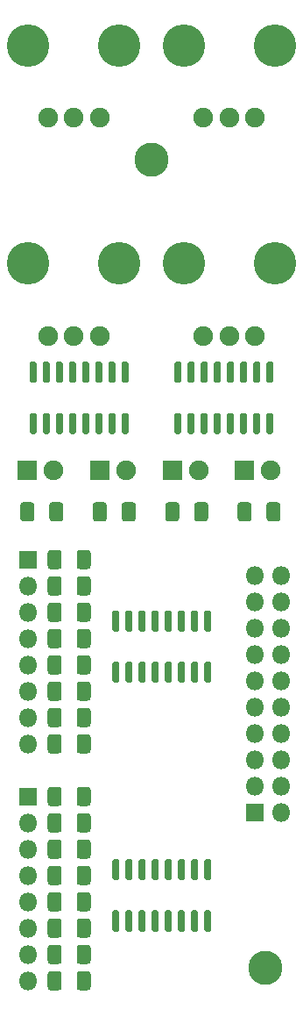
<source format=gbr>
%TF.GenerationSoftware,KiCad,Pcbnew,(5.1.6)-1*%
%TF.CreationDate,2021-02-15T17:49:45+00:00*%
%TF.ProjectId,p3module,70336d6f-6475-46c6-952e-6b696361645f,rev?*%
%TF.SameCoordinates,Original*%
%TF.FileFunction,Soldermask,Bot*%
%TF.FilePolarity,Negative*%
%FSLAX46Y46*%
G04 Gerber Fmt 4.6, Leading zero omitted, Abs format (unit mm)*
G04 Created by KiCad (PCBNEW (5.1.6)-1) date 2021-02-15 17:49:45*
%MOMM*%
%LPD*%
G01*
G04 APERTURE LIST*
%ADD10O,1.800000X1.800000*%
%ADD11R,1.800000X1.800000*%
%ADD12C,4.100000*%
%ADD13C,1.900000*%
%ADD14C,3.300000*%
%ADD15R,1.900000X1.900000*%
G04 APERTURE END LIST*
D10*
%TO.C,J2*%
X62540000Y-103140000D03*
X60000000Y-103140000D03*
X62540000Y-105680000D03*
X60000000Y-105680000D03*
X62540000Y-108220000D03*
X60000000Y-108220000D03*
X62540000Y-110760000D03*
X60000000Y-110760000D03*
X62540000Y-113300000D03*
X60000000Y-113300000D03*
X62540000Y-115840000D03*
X60000000Y-115840000D03*
X62540000Y-118380000D03*
X60000000Y-118380000D03*
X62540000Y-120920000D03*
X60000000Y-120920000D03*
X62540000Y-123460000D03*
X60000000Y-123460000D03*
X62540000Y-126000000D03*
D11*
X60000000Y-126000000D03*
%TD*%
%TO.C,U4*%
G36*
G01*
X52380000Y-87450000D02*
X52730000Y-87450000D01*
G75*
G02*
X52905000Y-87625000I0J-175000D01*
G01*
X52905000Y-89325000D01*
G75*
G02*
X52730000Y-89500000I-175000J0D01*
G01*
X52380000Y-89500000D01*
G75*
G02*
X52205000Y-89325000I0J175000D01*
G01*
X52205000Y-87625000D01*
G75*
G02*
X52380000Y-87450000I175000J0D01*
G01*
G37*
G36*
G01*
X53650000Y-87450000D02*
X54000000Y-87450000D01*
G75*
G02*
X54175000Y-87625000I0J-175000D01*
G01*
X54175000Y-89325000D01*
G75*
G02*
X54000000Y-89500000I-175000J0D01*
G01*
X53650000Y-89500000D01*
G75*
G02*
X53475000Y-89325000I0J175000D01*
G01*
X53475000Y-87625000D01*
G75*
G02*
X53650000Y-87450000I175000J0D01*
G01*
G37*
G36*
G01*
X54920000Y-87450000D02*
X55270000Y-87450000D01*
G75*
G02*
X55445000Y-87625000I0J-175000D01*
G01*
X55445000Y-89325000D01*
G75*
G02*
X55270000Y-89500000I-175000J0D01*
G01*
X54920000Y-89500000D01*
G75*
G02*
X54745000Y-89325000I0J175000D01*
G01*
X54745000Y-87625000D01*
G75*
G02*
X54920000Y-87450000I175000J0D01*
G01*
G37*
G36*
G01*
X56190000Y-87450000D02*
X56540000Y-87450000D01*
G75*
G02*
X56715000Y-87625000I0J-175000D01*
G01*
X56715000Y-89325000D01*
G75*
G02*
X56540000Y-89500000I-175000J0D01*
G01*
X56190000Y-89500000D01*
G75*
G02*
X56015000Y-89325000I0J175000D01*
G01*
X56015000Y-87625000D01*
G75*
G02*
X56190000Y-87450000I175000J0D01*
G01*
G37*
G36*
G01*
X57460000Y-87450000D02*
X57810000Y-87450000D01*
G75*
G02*
X57985000Y-87625000I0J-175000D01*
G01*
X57985000Y-89325000D01*
G75*
G02*
X57810000Y-89500000I-175000J0D01*
G01*
X57460000Y-89500000D01*
G75*
G02*
X57285000Y-89325000I0J175000D01*
G01*
X57285000Y-87625000D01*
G75*
G02*
X57460000Y-87450000I175000J0D01*
G01*
G37*
G36*
G01*
X58730000Y-87450000D02*
X59080000Y-87450000D01*
G75*
G02*
X59255000Y-87625000I0J-175000D01*
G01*
X59255000Y-89325000D01*
G75*
G02*
X59080000Y-89500000I-175000J0D01*
G01*
X58730000Y-89500000D01*
G75*
G02*
X58555000Y-89325000I0J175000D01*
G01*
X58555000Y-87625000D01*
G75*
G02*
X58730000Y-87450000I175000J0D01*
G01*
G37*
G36*
G01*
X60000000Y-87450000D02*
X60350000Y-87450000D01*
G75*
G02*
X60525000Y-87625000I0J-175000D01*
G01*
X60525000Y-89325000D01*
G75*
G02*
X60350000Y-89500000I-175000J0D01*
G01*
X60000000Y-89500000D01*
G75*
G02*
X59825000Y-89325000I0J175000D01*
G01*
X59825000Y-87625000D01*
G75*
G02*
X60000000Y-87450000I175000J0D01*
G01*
G37*
G36*
G01*
X61270000Y-87450000D02*
X61620000Y-87450000D01*
G75*
G02*
X61795000Y-87625000I0J-175000D01*
G01*
X61795000Y-89325000D01*
G75*
G02*
X61620000Y-89500000I-175000J0D01*
G01*
X61270000Y-89500000D01*
G75*
G02*
X61095000Y-89325000I0J175000D01*
G01*
X61095000Y-87625000D01*
G75*
G02*
X61270000Y-87450000I175000J0D01*
G01*
G37*
G36*
G01*
X61270000Y-82500000D02*
X61620000Y-82500000D01*
G75*
G02*
X61795000Y-82675000I0J-175000D01*
G01*
X61795000Y-84375000D01*
G75*
G02*
X61620000Y-84550000I-175000J0D01*
G01*
X61270000Y-84550000D01*
G75*
G02*
X61095000Y-84375000I0J175000D01*
G01*
X61095000Y-82675000D01*
G75*
G02*
X61270000Y-82500000I175000J0D01*
G01*
G37*
G36*
G01*
X60000000Y-82500000D02*
X60350000Y-82500000D01*
G75*
G02*
X60525000Y-82675000I0J-175000D01*
G01*
X60525000Y-84375000D01*
G75*
G02*
X60350000Y-84550000I-175000J0D01*
G01*
X60000000Y-84550000D01*
G75*
G02*
X59825000Y-84375000I0J175000D01*
G01*
X59825000Y-82675000D01*
G75*
G02*
X60000000Y-82500000I175000J0D01*
G01*
G37*
G36*
G01*
X58730000Y-82500000D02*
X59080000Y-82500000D01*
G75*
G02*
X59255000Y-82675000I0J-175000D01*
G01*
X59255000Y-84375000D01*
G75*
G02*
X59080000Y-84550000I-175000J0D01*
G01*
X58730000Y-84550000D01*
G75*
G02*
X58555000Y-84375000I0J175000D01*
G01*
X58555000Y-82675000D01*
G75*
G02*
X58730000Y-82500000I175000J0D01*
G01*
G37*
G36*
G01*
X57460000Y-82500000D02*
X57810000Y-82500000D01*
G75*
G02*
X57985000Y-82675000I0J-175000D01*
G01*
X57985000Y-84375000D01*
G75*
G02*
X57810000Y-84550000I-175000J0D01*
G01*
X57460000Y-84550000D01*
G75*
G02*
X57285000Y-84375000I0J175000D01*
G01*
X57285000Y-82675000D01*
G75*
G02*
X57460000Y-82500000I175000J0D01*
G01*
G37*
G36*
G01*
X56190000Y-82500000D02*
X56540000Y-82500000D01*
G75*
G02*
X56715000Y-82675000I0J-175000D01*
G01*
X56715000Y-84375000D01*
G75*
G02*
X56540000Y-84550000I-175000J0D01*
G01*
X56190000Y-84550000D01*
G75*
G02*
X56015000Y-84375000I0J175000D01*
G01*
X56015000Y-82675000D01*
G75*
G02*
X56190000Y-82500000I175000J0D01*
G01*
G37*
G36*
G01*
X54920000Y-82500000D02*
X55270000Y-82500000D01*
G75*
G02*
X55445000Y-82675000I0J-175000D01*
G01*
X55445000Y-84375000D01*
G75*
G02*
X55270000Y-84550000I-175000J0D01*
G01*
X54920000Y-84550000D01*
G75*
G02*
X54745000Y-84375000I0J175000D01*
G01*
X54745000Y-82675000D01*
G75*
G02*
X54920000Y-82500000I175000J0D01*
G01*
G37*
G36*
G01*
X53650000Y-82500000D02*
X54000000Y-82500000D01*
G75*
G02*
X54175000Y-82675000I0J-175000D01*
G01*
X54175000Y-84375000D01*
G75*
G02*
X54000000Y-84550000I-175000J0D01*
G01*
X53650000Y-84550000D01*
G75*
G02*
X53475000Y-84375000I0J175000D01*
G01*
X53475000Y-82675000D01*
G75*
G02*
X53650000Y-82500000I175000J0D01*
G01*
G37*
G36*
G01*
X52380000Y-82500000D02*
X52730000Y-82500000D01*
G75*
G02*
X52905000Y-82675000I0J-175000D01*
G01*
X52905000Y-84375000D01*
G75*
G02*
X52730000Y-84550000I-175000J0D01*
G01*
X52380000Y-84550000D01*
G75*
G02*
X52205000Y-84375000I0J175000D01*
G01*
X52205000Y-82675000D01*
G75*
G02*
X52380000Y-82500000I175000J0D01*
G01*
G37*
%TD*%
%TO.C,U3*%
G36*
G01*
X38380000Y-87450000D02*
X38730000Y-87450000D01*
G75*
G02*
X38905000Y-87625000I0J-175000D01*
G01*
X38905000Y-89325000D01*
G75*
G02*
X38730000Y-89500000I-175000J0D01*
G01*
X38380000Y-89500000D01*
G75*
G02*
X38205000Y-89325000I0J175000D01*
G01*
X38205000Y-87625000D01*
G75*
G02*
X38380000Y-87450000I175000J0D01*
G01*
G37*
G36*
G01*
X39650000Y-87450000D02*
X40000000Y-87450000D01*
G75*
G02*
X40175000Y-87625000I0J-175000D01*
G01*
X40175000Y-89325000D01*
G75*
G02*
X40000000Y-89500000I-175000J0D01*
G01*
X39650000Y-89500000D01*
G75*
G02*
X39475000Y-89325000I0J175000D01*
G01*
X39475000Y-87625000D01*
G75*
G02*
X39650000Y-87450000I175000J0D01*
G01*
G37*
G36*
G01*
X40920000Y-87450000D02*
X41270000Y-87450000D01*
G75*
G02*
X41445000Y-87625000I0J-175000D01*
G01*
X41445000Y-89325000D01*
G75*
G02*
X41270000Y-89500000I-175000J0D01*
G01*
X40920000Y-89500000D01*
G75*
G02*
X40745000Y-89325000I0J175000D01*
G01*
X40745000Y-87625000D01*
G75*
G02*
X40920000Y-87450000I175000J0D01*
G01*
G37*
G36*
G01*
X42190000Y-87450000D02*
X42540000Y-87450000D01*
G75*
G02*
X42715000Y-87625000I0J-175000D01*
G01*
X42715000Y-89325000D01*
G75*
G02*
X42540000Y-89500000I-175000J0D01*
G01*
X42190000Y-89500000D01*
G75*
G02*
X42015000Y-89325000I0J175000D01*
G01*
X42015000Y-87625000D01*
G75*
G02*
X42190000Y-87450000I175000J0D01*
G01*
G37*
G36*
G01*
X43460000Y-87450000D02*
X43810000Y-87450000D01*
G75*
G02*
X43985000Y-87625000I0J-175000D01*
G01*
X43985000Y-89325000D01*
G75*
G02*
X43810000Y-89500000I-175000J0D01*
G01*
X43460000Y-89500000D01*
G75*
G02*
X43285000Y-89325000I0J175000D01*
G01*
X43285000Y-87625000D01*
G75*
G02*
X43460000Y-87450000I175000J0D01*
G01*
G37*
G36*
G01*
X44730000Y-87450000D02*
X45080000Y-87450000D01*
G75*
G02*
X45255000Y-87625000I0J-175000D01*
G01*
X45255000Y-89325000D01*
G75*
G02*
X45080000Y-89500000I-175000J0D01*
G01*
X44730000Y-89500000D01*
G75*
G02*
X44555000Y-89325000I0J175000D01*
G01*
X44555000Y-87625000D01*
G75*
G02*
X44730000Y-87450000I175000J0D01*
G01*
G37*
G36*
G01*
X46000000Y-87450000D02*
X46350000Y-87450000D01*
G75*
G02*
X46525000Y-87625000I0J-175000D01*
G01*
X46525000Y-89325000D01*
G75*
G02*
X46350000Y-89500000I-175000J0D01*
G01*
X46000000Y-89500000D01*
G75*
G02*
X45825000Y-89325000I0J175000D01*
G01*
X45825000Y-87625000D01*
G75*
G02*
X46000000Y-87450000I175000J0D01*
G01*
G37*
G36*
G01*
X47270000Y-87450000D02*
X47620000Y-87450000D01*
G75*
G02*
X47795000Y-87625000I0J-175000D01*
G01*
X47795000Y-89325000D01*
G75*
G02*
X47620000Y-89500000I-175000J0D01*
G01*
X47270000Y-89500000D01*
G75*
G02*
X47095000Y-89325000I0J175000D01*
G01*
X47095000Y-87625000D01*
G75*
G02*
X47270000Y-87450000I175000J0D01*
G01*
G37*
G36*
G01*
X47270000Y-82500000D02*
X47620000Y-82500000D01*
G75*
G02*
X47795000Y-82675000I0J-175000D01*
G01*
X47795000Y-84375000D01*
G75*
G02*
X47620000Y-84550000I-175000J0D01*
G01*
X47270000Y-84550000D01*
G75*
G02*
X47095000Y-84375000I0J175000D01*
G01*
X47095000Y-82675000D01*
G75*
G02*
X47270000Y-82500000I175000J0D01*
G01*
G37*
G36*
G01*
X46000000Y-82500000D02*
X46350000Y-82500000D01*
G75*
G02*
X46525000Y-82675000I0J-175000D01*
G01*
X46525000Y-84375000D01*
G75*
G02*
X46350000Y-84550000I-175000J0D01*
G01*
X46000000Y-84550000D01*
G75*
G02*
X45825000Y-84375000I0J175000D01*
G01*
X45825000Y-82675000D01*
G75*
G02*
X46000000Y-82500000I175000J0D01*
G01*
G37*
G36*
G01*
X44730000Y-82500000D02*
X45080000Y-82500000D01*
G75*
G02*
X45255000Y-82675000I0J-175000D01*
G01*
X45255000Y-84375000D01*
G75*
G02*
X45080000Y-84550000I-175000J0D01*
G01*
X44730000Y-84550000D01*
G75*
G02*
X44555000Y-84375000I0J175000D01*
G01*
X44555000Y-82675000D01*
G75*
G02*
X44730000Y-82500000I175000J0D01*
G01*
G37*
G36*
G01*
X43460000Y-82500000D02*
X43810000Y-82500000D01*
G75*
G02*
X43985000Y-82675000I0J-175000D01*
G01*
X43985000Y-84375000D01*
G75*
G02*
X43810000Y-84550000I-175000J0D01*
G01*
X43460000Y-84550000D01*
G75*
G02*
X43285000Y-84375000I0J175000D01*
G01*
X43285000Y-82675000D01*
G75*
G02*
X43460000Y-82500000I175000J0D01*
G01*
G37*
G36*
G01*
X42190000Y-82500000D02*
X42540000Y-82500000D01*
G75*
G02*
X42715000Y-82675000I0J-175000D01*
G01*
X42715000Y-84375000D01*
G75*
G02*
X42540000Y-84550000I-175000J0D01*
G01*
X42190000Y-84550000D01*
G75*
G02*
X42015000Y-84375000I0J175000D01*
G01*
X42015000Y-82675000D01*
G75*
G02*
X42190000Y-82500000I175000J0D01*
G01*
G37*
G36*
G01*
X40920000Y-82500000D02*
X41270000Y-82500000D01*
G75*
G02*
X41445000Y-82675000I0J-175000D01*
G01*
X41445000Y-84375000D01*
G75*
G02*
X41270000Y-84550000I-175000J0D01*
G01*
X40920000Y-84550000D01*
G75*
G02*
X40745000Y-84375000I0J175000D01*
G01*
X40745000Y-82675000D01*
G75*
G02*
X40920000Y-82500000I175000J0D01*
G01*
G37*
G36*
G01*
X39650000Y-82500000D02*
X40000000Y-82500000D01*
G75*
G02*
X40175000Y-82675000I0J-175000D01*
G01*
X40175000Y-84375000D01*
G75*
G02*
X40000000Y-84550000I-175000J0D01*
G01*
X39650000Y-84550000D01*
G75*
G02*
X39475000Y-84375000I0J175000D01*
G01*
X39475000Y-82675000D01*
G75*
G02*
X39650000Y-82500000I175000J0D01*
G01*
G37*
G36*
G01*
X38380000Y-82500000D02*
X38730000Y-82500000D01*
G75*
G02*
X38905000Y-82675000I0J-175000D01*
G01*
X38905000Y-84375000D01*
G75*
G02*
X38730000Y-84550000I-175000J0D01*
G01*
X38380000Y-84550000D01*
G75*
G02*
X38205000Y-84375000I0J175000D01*
G01*
X38205000Y-82675000D01*
G75*
G02*
X38380000Y-82500000I175000J0D01*
G01*
G37*
%TD*%
%TO.C,U2*%
G36*
G01*
X55620000Y-108550000D02*
X55270000Y-108550000D01*
G75*
G02*
X55095000Y-108375000I0J175000D01*
G01*
X55095000Y-106675000D01*
G75*
G02*
X55270000Y-106500000I175000J0D01*
G01*
X55620000Y-106500000D01*
G75*
G02*
X55795000Y-106675000I0J-175000D01*
G01*
X55795000Y-108375000D01*
G75*
G02*
X55620000Y-108550000I-175000J0D01*
G01*
G37*
G36*
G01*
X54350000Y-108550000D02*
X54000000Y-108550000D01*
G75*
G02*
X53825000Y-108375000I0J175000D01*
G01*
X53825000Y-106675000D01*
G75*
G02*
X54000000Y-106500000I175000J0D01*
G01*
X54350000Y-106500000D01*
G75*
G02*
X54525000Y-106675000I0J-175000D01*
G01*
X54525000Y-108375000D01*
G75*
G02*
X54350000Y-108550000I-175000J0D01*
G01*
G37*
G36*
G01*
X53080000Y-108550000D02*
X52730000Y-108550000D01*
G75*
G02*
X52555000Y-108375000I0J175000D01*
G01*
X52555000Y-106675000D01*
G75*
G02*
X52730000Y-106500000I175000J0D01*
G01*
X53080000Y-106500000D01*
G75*
G02*
X53255000Y-106675000I0J-175000D01*
G01*
X53255000Y-108375000D01*
G75*
G02*
X53080000Y-108550000I-175000J0D01*
G01*
G37*
G36*
G01*
X51810000Y-108550000D02*
X51460000Y-108550000D01*
G75*
G02*
X51285000Y-108375000I0J175000D01*
G01*
X51285000Y-106675000D01*
G75*
G02*
X51460000Y-106500000I175000J0D01*
G01*
X51810000Y-106500000D01*
G75*
G02*
X51985000Y-106675000I0J-175000D01*
G01*
X51985000Y-108375000D01*
G75*
G02*
X51810000Y-108550000I-175000J0D01*
G01*
G37*
G36*
G01*
X50540000Y-108550000D02*
X50190000Y-108550000D01*
G75*
G02*
X50015000Y-108375000I0J175000D01*
G01*
X50015000Y-106675000D01*
G75*
G02*
X50190000Y-106500000I175000J0D01*
G01*
X50540000Y-106500000D01*
G75*
G02*
X50715000Y-106675000I0J-175000D01*
G01*
X50715000Y-108375000D01*
G75*
G02*
X50540000Y-108550000I-175000J0D01*
G01*
G37*
G36*
G01*
X49270000Y-108550000D02*
X48920000Y-108550000D01*
G75*
G02*
X48745000Y-108375000I0J175000D01*
G01*
X48745000Y-106675000D01*
G75*
G02*
X48920000Y-106500000I175000J0D01*
G01*
X49270000Y-106500000D01*
G75*
G02*
X49445000Y-106675000I0J-175000D01*
G01*
X49445000Y-108375000D01*
G75*
G02*
X49270000Y-108550000I-175000J0D01*
G01*
G37*
G36*
G01*
X48000000Y-108550000D02*
X47650000Y-108550000D01*
G75*
G02*
X47475000Y-108375000I0J175000D01*
G01*
X47475000Y-106675000D01*
G75*
G02*
X47650000Y-106500000I175000J0D01*
G01*
X48000000Y-106500000D01*
G75*
G02*
X48175000Y-106675000I0J-175000D01*
G01*
X48175000Y-108375000D01*
G75*
G02*
X48000000Y-108550000I-175000J0D01*
G01*
G37*
G36*
G01*
X46730000Y-108550000D02*
X46380000Y-108550000D01*
G75*
G02*
X46205000Y-108375000I0J175000D01*
G01*
X46205000Y-106675000D01*
G75*
G02*
X46380000Y-106500000I175000J0D01*
G01*
X46730000Y-106500000D01*
G75*
G02*
X46905000Y-106675000I0J-175000D01*
G01*
X46905000Y-108375000D01*
G75*
G02*
X46730000Y-108550000I-175000J0D01*
G01*
G37*
G36*
G01*
X46730000Y-113500000D02*
X46380000Y-113500000D01*
G75*
G02*
X46205000Y-113325000I0J175000D01*
G01*
X46205000Y-111625000D01*
G75*
G02*
X46380000Y-111450000I175000J0D01*
G01*
X46730000Y-111450000D01*
G75*
G02*
X46905000Y-111625000I0J-175000D01*
G01*
X46905000Y-113325000D01*
G75*
G02*
X46730000Y-113500000I-175000J0D01*
G01*
G37*
G36*
G01*
X48000000Y-113500000D02*
X47650000Y-113500000D01*
G75*
G02*
X47475000Y-113325000I0J175000D01*
G01*
X47475000Y-111625000D01*
G75*
G02*
X47650000Y-111450000I175000J0D01*
G01*
X48000000Y-111450000D01*
G75*
G02*
X48175000Y-111625000I0J-175000D01*
G01*
X48175000Y-113325000D01*
G75*
G02*
X48000000Y-113500000I-175000J0D01*
G01*
G37*
G36*
G01*
X49270000Y-113500000D02*
X48920000Y-113500000D01*
G75*
G02*
X48745000Y-113325000I0J175000D01*
G01*
X48745000Y-111625000D01*
G75*
G02*
X48920000Y-111450000I175000J0D01*
G01*
X49270000Y-111450000D01*
G75*
G02*
X49445000Y-111625000I0J-175000D01*
G01*
X49445000Y-113325000D01*
G75*
G02*
X49270000Y-113500000I-175000J0D01*
G01*
G37*
G36*
G01*
X50540000Y-113500000D02*
X50190000Y-113500000D01*
G75*
G02*
X50015000Y-113325000I0J175000D01*
G01*
X50015000Y-111625000D01*
G75*
G02*
X50190000Y-111450000I175000J0D01*
G01*
X50540000Y-111450000D01*
G75*
G02*
X50715000Y-111625000I0J-175000D01*
G01*
X50715000Y-113325000D01*
G75*
G02*
X50540000Y-113500000I-175000J0D01*
G01*
G37*
G36*
G01*
X51810000Y-113500000D02*
X51460000Y-113500000D01*
G75*
G02*
X51285000Y-113325000I0J175000D01*
G01*
X51285000Y-111625000D01*
G75*
G02*
X51460000Y-111450000I175000J0D01*
G01*
X51810000Y-111450000D01*
G75*
G02*
X51985000Y-111625000I0J-175000D01*
G01*
X51985000Y-113325000D01*
G75*
G02*
X51810000Y-113500000I-175000J0D01*
G01*
G37*
G36*
G01*
X53080000Y-113500000D02*
X52730000Y-113500000D01*
G75*
G02*
X52555000Y-113325000I0J175000D01*
G01*
X52555000Y-111625000D01*
G75*
G02*
X52730000Y-111450000I175000J0D01*
G01*
X53080000Y-111450000D01*
G75*
G02*
X53255000Y-111625000I0J-175000D01*
G01*
X53255000Y-113325000D01*
G75*
G02*
X53080000Y-113500000I-175000J0D01*
G01*
G37*
G36*
G01*
X54350000Y-113500000D02*
X54000000Y-113500000D01*
G75*
G02*
X53825000Y-113325000I0J175000D01*
G01*
X53825000Y-111625000D01*
G75*
G02*
X54000000Y-111450000I175000J0D01*
G01*
X54350000Y-111450000D01*
G75*
G02*
X54525000Y-111625000I0J-175000D01*
G01*
X54525000Y-113325000D01*
G75*
G02*
X54350000Y-113500000I-175000J0D01*
G01*
G37*
G36*
G01*
X55620000Y-113500000D02*
X55270000Y-113500000D01*
G75*
G02*
X55095000Y-113325000I0J175000D01*
G01*
X55095000Y-111625000D01*
G75*
G02*
X55270000Y-111450000I175000J0D01*
G01*
X55620000Y-111450000D01*
G75*
G02*
X55795000Y-111625000I0J-175000D01*
G01*
X55795000Y-113325000D01*
G75*
G02*
X55620000Y-113500000I-175000J0D01*
G01*
G37*
%TD*%
%TO.C,U1*%
G36*
G01*
X55620000Y-132550000D02*
X55270000Y-132550000D01*
G75*
G02*
X55095000Y-132375000I0J175000D01*
G01*
X55095000Y-130675000D01*
G75*
G02*
X55270000Y-130500000I175000J0D01*
G01*
X55620000Y-130500000D01*
G75*
G02*
X55795000Y-130675000I0J-175000D01*
G01*
X55795000Y-132375000D01*
G75*
G02*
X55620000Y-132550000I-175000J0D01*
G01*
G37*
G36*
G01*
X54350000Y-132550000D02*
X54000000Y-132550000D01*
G75*
G02*
X53825000Y-132375000I0J175000D01*
G01*
X53825000Y-130675000D01*
G75*
G02*
X54000000Y-130500000I175000J0D01*
G01*
X54350000Y-130500000D01*
G75*
G02*
X54525000Y-130675000I0J-175000D01*
G01*
X54525000Y-132375000D01*
G75*
G02*
X54350000Y-132550000I-175000J0D01*
G01*
G37*
G36*
G01*
X53080000Y-132550000D02*
X52730000Y-132550000D01*
G75*
G02*
X52555000Y-132375000I0J175000D01*
G01*
X52555000Y-130675000D01*
G75*
G02*
X52730000Y-130500000I175000J0D01*
G01*
X53080000Y-130500000D01*
G75*
G02*
X53255000Y-130675000I0J-175000D01*
G01*
X53255000Y-132375000D01*
G75*
G02*
X53080000Y-132550000I-175000J0D01*
G01*
G37*
G36*
G01*
X51810000Y-132550000D02*
X51460000Y-132550000D01*
G75*
G02*
X51285000Y-132375000I0J175000D01*
G01*
X51285000Y-130675000D01*
G75*
G02*
X51460000Y-130500000I175000J0D01*
G01*
X51810000Y-130500000D01*
G75*
G02*
X51985000Y-130675000I0J-175000D01*
G01*
X51985000Y-132375000D01*
G75*
G02*
X51810000Y-132550000I-175000J0D01*
G01*
G37*
G36*
G01*
X50540000Y-132550000D02*
X50190000Y-132550000D01*
G75*
G02*
X50015000Y-132375000I0J175000D01*
G01*
X50015000Y-130675000D01*
G75*
G02*
X50190000Y-130500000I175000J0D01*
G01*
X50540000Y-130500000D01*
G75*
G02*
X50715000Y-130675000I0J-175000D01*
G01*
X50715000Y-132375000D01*
G75*
G02*
X50540000Y-132550000I-175000J0D01*
G01*
G37*
G36*
G01*
X49270000Y-132550000D02*
X48920000Y-132550000D01*
G75*
G02*
X48745000Y-132375000I0J175000D01*
G01*
X48745000Y-130675000D01*
G75*
G02*
X48920000Y-130500000I175000J0D01*
G01*
X49270000Y-130500000D01*
G75*
G02*
X49445000Y-130675000I0J-175000D01*
G01*
X49445000Y-132375000D01*
G75*
G02*
X49270000Y-132550000I-175000J0D01*
G01*
G37*
G36*
G01*
X48000000Y-132550000D02*
X47650000Y-132550000D01*
G75*
G02*
X47475000Y-132375000I0J175000D01*
G01*
X47475000Y-130675000D01*
G75*
G02*
X47650000Y-130500000I175000J0D01*
G01*
X48000000Y-130500000D01*
G75*
G02*
X48175000Y-130675000I0J-175000D01*
G01*
X48175000Y-132375000D01*
G75*
G02*
X48000000Y-132550000I-175000J0D01*
G01*
G37*
G36*
G01*
X46730000Y-132550000D02*
X46380000Y-132550000D01*
G75*
G02*
X46205000Y-132375000I0J175000D01*
G01*
X46205000Y-130675000D01*
G75*
G02*
X46380000Y-130500000I175000J0D01*
G01*
X46730000Y-130500000D01*
G75*
G02*
X46905000Y-130675000I0J-175000D01*
G01*
X46905000Y-132375000D01*
G75*
G02*
X46730000Y-132550000I-175000J0D01*
G01*
G37*
G36*
G01*
X46730000Y-137500000D02*
X46380000Y-137500000D01*
G75*
G02*
X46205000Y-137325000I0J175000D01*
G01*
X46205000Y-135625000D01*
G75*
G02*
X46380000Y-135450000I175000J0D01*
G01*
X46730000Y-135450000D01*
G75*
G02*
X46905000Y-135625000I0J-175000D01*
G01*
X46905000Y-137325000D01*
G75*
G02*
X46730000Y-137500000I-175000J0D01*
G01*
G37*
G36*
G01*
X48000000Y-137500000D02*
X47650000Y-137500000D01*
G75*
G02*
X47475000Y-137325000I0J175000D01*
G01*
X47475000Y-135625000D01*
G75*
G02*
X47650000Y-135450000I175000J0D01*
G01*
X48000000Y-135450000D01*
G75*
G02*
X48175000Y-135625000I0J-175000D01*
G01*
X48175000Y-137325000D01*
G75*
G02*
X48000000Y-137500000I-175000J0D01*
G01*
G37*
G36*
G01*
X49270000Y-137500000D02*
X48920000Y-137500000D01*
G75*
G02*
X48745000Y-137325000I0J175000D01*
G01*
X48745000Y-135625000D01*
G75*
G02*
X48920000Y-135450000I175000J0D01*
G01*
X49270000Y-135450000D01*
G75*
G02*
X49445000Y-135625000I0J-175000D01*
G01*
X49445000Y-137325000D01*
G75*
G02*
X49270000Y-137500000I-175000J0D01*
G01*
G37*
G36*
G01*
X50540000Y-137500000D02*
X50190000Y-137500000D01*
G75*
G02*
X50015000Y-137325000I0J175000D01*
G01*
X50015000Y-135625000D01*
G75*
G02*
X50190000Y-135450000I175000J0D01*
G01*
X50540000Y-135450000D01*
G75*
G02*
X50715000Y-135625000I0J-175000D01*
G01*
X50715000Y-137325000D01*
G75*
G02*
X50540000Y-137500000I-175000J0D01*
G01*
G37*
G36*
G01*
X51810000Y-137500000D02*
X51460000Y-137500000D01*
G75*
G02*
X51285000Y-137325000I0J175000D01*
G01*
X51285000Y-135625000D01*
G75*
G02*
X51460000Y-135450000I175000J0D01*
G01*
X51810000Y-135450000D01*
G75*
G02*
X51985000Y-135625000I0J-175000D01*
G01*
X51985000Y-137325000D01*
G75*
G02*
X51810000Y-137500000I-175000J0D01*
G01*
G37*
G36*
G01*
X53080000Y-137500000D02*
X52730000Y-137500000D01*
G75*
G02*
X52555000Y-137325000I0J175000D01*
G01*
X52555000Y-135625000D01*
G75*
G02*
X52730000Y-135450000I175000J0D01*
G01*
X53080000Y-135450000D01*
G75*
G02*
X53255000Y-135625000I0J-175000D01*
G01*
X53255000Y-137325000D01*
G75*
G02*
X53080000Y-137500000I-175000J0D01*
G01*
G37*
G36*
G01*
X54350000Y-137500000D02*
X54000000Y-137500000D01*
G75*
G02*
X53825000Y-137325000I0J175000D01*
G01*
X53825000Y-135625000D01*
G75*
G02*
X54000000Y-135450000I175000J0D01*
G01*
X54350000Y-135450000D01*
G75*
G02*
X54525000Y-135625000I0J-175000D01*
G01*
X54525000Y-137325000D01*
G75*
G02*
X54350000Y-137500000I-175000J0D01*
G01*
G37*
G36*
G01*
X55620000Y-137500000D02*
X55270000Y-137500000D01*
G75*
G02*
X55095000Y-137325000I0J175000D01*
G01*
X55095000Y-135625000D01*
G75*
G02*
X55270000Y-135450000I175000J0D01*
G01*
X55620000Y-135450000D01*
G75*
G02*
X55795000Y-135625000I0J-175000D01*
G01*
X55795000Y-137325000D01*
G75*
G02*
X55620000Y-137500000I-175000J0D01*
G01*
G37*
%TD*%
%TO.C,R20*%
G36*
G01*
X59675000Y-96345000D02*
X59675000Y-97655000D01*
G75*
G02*
X59405000Y-97925000I-270000J0D01*
G01*
X58595000Y-97925000D01*
G75*
G02*
X58325000Y-97655000I0J270000D01*
G01*
X58325000Y-96345000D01*
G75*
G02*
X58595000Y-96075000I270000J0D01*
G01*
X59405000Y-96075000D01*
G75*
G02*
X59675000Y-96345000I0J-270000D01*
G01*
G37*
G36*
G01*
X62475000Y-96345000D02*
X62475000Y-97655000D01*
G75*
G02*
X62205000Y-97925000I-270000J0D01*
G01*
X61395000Y-97925000D01*
G75*
G02*
X61125000Y-97655000I0J270000D01*
G01*
X61125000Y-96345000D01*
G75*
G02*
X61395000Y-96075000I270000J0D01*
G01*
X62205000Y-96075000D01*
G75*
G02*
X62475000Y-96345000I0J-270000D01*
G01*
G37*
%TD*%
%TO.C,R19*%
G36*
G01*
X52675000Y-96345000D02*
X52675000Y-97655000D01*
G75*
G02*
X52405000Y-97925000I-270000J0D01*
G01*
X51595000Y-97925000D01*
G75*
G02*
X51325000Y-97655000I0J270000D01*
G01*
X51325000Y-96345000D01*
G75*
G02*
X51595000Y-96075000I270000J0D01*
G01*
X52405000Y-96075000D01*
G75*
G02*
X52675000Y-96345000I0J-270000D01*
G01*
G37*
G36*
G01*
X55475000Y-96345000D02*
X55475000Y-97655000D01*
G75*
G02*
X55205000Y-97925000I-270000J0D01*
G01*
X54395000Y-97925000D01*
G75*
G02*
X54125000Y-97655000I0J270000D01*
G01*
X54125000Y-96345000D01*
G75*
G02*
X54395000Y-96075000I270000J0D01*
G01*
X55205000Y-96075000D01*
G75*
G02*
X55475000Y-96345000I0J-270000D01*
G01*
G37*
%TD*%
%TO.C,R18*%
G36*
G01*
X45675000Y-96345000D02*
X45675000Y-97655000D01*
G75*
G02*
X45405000Y-97925000I-270000J0D01*
G01*
X44595000Y-97925000D01*
G75*
G02*
X44325000Y-97655000I0J270000D01*
G01*
X44325000Y-96345000D01*
G75*
G02*
X44595000Y-96075000I270000J0D01*
G01*
X45405000Y-96075000D01*
G75*
G02*
X45675000Y-96345000I0J-270000D01*
G01*
G37*
G36*
G01*
X48475000Y-96345000D02*
X48475000Y-97655000D01*
G75*
G02*
X48205000Y-97925000I-270000J0D01*
G01*
X47395000Y-97925000D01*
G75*
G02*
X47125000Y-97655000I0J270000D01*
G01*
X47125000Y-96345000D01*
G75*
G02*
X47395000Y-96075000I270000J0D01*
G01*
X48205000Y-96075000D01*
G75*
G02*
X48475000Y-96345000I0J-270000D01*
G01*
G37*
%TD*%
%TO.C,R17*%
G36*
G01*
X38675000Y-96345000D02*
X38675000Y-97655000D01*
G75*
G02*
X38405000Y-97925000I-270000J0D01*
G01*
X37595000Y-97925000D01*
G75*
G02*
X37325000Y-97655000I0J270000D01*
G01*
X37325000Y-96345000D01*
G75*
G02*
X37595000Y-96075000I270000J0D01*
G01*
X38405000Y-96075000D01*
G75*
G02*
X38675000Y-96345000I0J-270000D01*
G01*
G37*
G36*
G01*
X41475000Y-96345000D02*
X41475000Y-97655000D01*
G75*
G02*
X41205000Y-97925000I-270000J0D01*
G01*
X40395000Y-97925000D01*
G75*
G02*
X40125000Y-97655000I0J270000D01*
G01*
X40125000Y-96345000D01*
G75*
G02*
X40395000Y-96075000I270000J0D01*
G01*
X41205000Y-96075000D01*
G75*
G02*
X41475000Y-96345000I0J-270000D01*
G01*
G37*
%TD*%
%TO.C,R16*%
G36*
G01*
X42765000Y-120035000D02*
X42765000Y-118725000D01*
G75*
G02*
X43035000Y-118455000I270000J0D01*
G01*
X43845000Y-118455000D01*
G75*
G02*
X44115000Y-118725000I0J-270000D01*
G01*
X44115000Y-120035000D01*
G75*
G02*
X43845000Y-120305000I-270000J0D01*
G01*
X43035000Y-120305000D01*
G75*
G02*
X42765000Y-120035000I0J270000D01*
G01*
G37*
G36*
G01*
X39965000Y-120035000D02*
X39965000Y-118725000D01*
G75*
G02*
X40235000Y-118455000I270000J0D01*
G01*
X41045000Y-118455000D01*
G75*
G02*
X41315000Y-118725000I0J-270000D01*
G01*
X41315000Y-120035000D01*
G75*
G02*
X41045000Y-120305000I-270000J0D01*
G01*
X40235000Y-120305000D01*
G75*
G02*
X39965000Y-120035000I0J270000D01*
G01*
G37*
%TD*%
%TO.C,R15*%
G36*
G01*
X42765000Y-117495000D02*
X42765000Y-116185000D01*
G75*
G02*
X43035000Y-115915000I270000J0D01*
G01*
X43845000Y-115915000D01*
G75*
G02*
X44115000Y-116185000I0J-270000D01*
G01*
X44115000Y-117495000D01*
G75*
G02*
X43845000Y-117765000I-270000J0D01*
G01*
X43035000Y-117765000D01*
G75*
G02*
X42765000Y-117495000I0J270000D01*
G01*
G37*
G36*
G01*
X39965000Y-117495000D02*
X39965000Y-116185000D01*
G75*
G02*
X40235000Y-115915000I270000J0D01*
G01*
X41045000Y-115915000D01*
G75*
G02*
X41315000Y-116185000I0J-270000D01*
G01*
X41315000Y-117495000D01*
G75*
G02*
X41045000Y-117765000I-270000J0D01*
G01*
X40235000Y-117765000D01*
G75*
G02*
X39965000Y-117495000I0J270000D01*
G01*
G37*
%TD*%
%TO.C,R14*%
G36*
G01*
X42765000Y-114955000D02*
X42765000Y-113645000D01*
G75*
G02*
X43035000Y-113375000I270000J0D01*
G01*
X43845000Y-113375000D01*
G75*
G02*
X44115000Y-113645000I0J-270000D01*
G01*
X44115000Y-114955000D01*
G75*
G02*
X43845000Y-115225000I-270000J0D01*
G01*
X43035000Y-115225000D01*
G75*
G02*
X42765000Y-114955000I0J270000D01*
G01*
G37*
G36*
G01*
X39965000Y-114955000D02*
X39965000Y-113645000D01*
G75*
G02*
X40235000Y-113375000I270000J0D01*
G01*
X41045000Y-113375000D01*
G75*
G02*
X41315000Y-113645000I0J-270000D01*
G01*
X41315000Y-114955000D01*
G75*
G02*
X41045000Y-115225000I-270000J0D01*
G01*
X40235000Y-115225000D01*
G75*
G02*
X39965000Y-114955000I0J270000D01*
G01*
G37*
%TD*%
%TO.C,R13*%
G36*
G01*
X42765000Y-112415000D02*
X42765000Y-111105000D01*
G75*
G02*
X43035000Y-110835000I270000J0D01*
G01*
X43845000Y-110835000D01*
G75*
G02*
X44115000Y-111105000I0J-270000D01*
G01*
X44115000Y-112415000D01*
G75*
G02*
X43845000Y-112685000I-270000J0D01*
G01*
X43035000Y-112685000D01*
G75*
G02*
X42765000Y-112415000I0J270000D01*
G01*
G37*
G36*
G01*
X39965000Y-112415000D02*
X39965000Y-111105000D01*
G75*
G02*
X40235000Y-110835000I270000J0D01*
G01*
X41045000Y-110835000D01*
G75*
G02*
X41315000Y-111105000I0J-270000D01*
G01*
X41315000Y-112415000D01*
G75*
G02*
X41045000Y-112685000I-270000J0D01*
G01*
X40235000Y-112685000D01*
G75*
G02*
X39965000Y-112415000I0J270000D01*
G01*
G37*
%TD*%
%TO.C,R12*%
G36*
G01*
X42765000Y-109875000D02*
X42765000Y-108565000D01*
G75*
G02*
X43035000Y-108295000I270000J0D01*
G01*
X43845000Y-108295000D01*
G75*
G02*
X44115000Y-108565000I0J-270000D01*
G01*
X44115000Y-109875000D01*
G75*
G02*
X43845000Y-110145000I-270000J0D01*
G01*
X43035000Y-110145000D01*
G75*
G02*
X42765000Y-109875000I0J270000D01*
G01*
G37*
G36*
G01*
X39965000Y-109875000D02*
X39965000Y-108565000D01*
G75*
G02*
X40235000Y-108295000I270000J0D01*
G01*
X41045000Y-108295000D01*
G75*
G02*
X41315000Y-108565000I0J-270000D01*
G01*
X41315000Y-109875000D01*
G75*
G02*
X41045000Y-110145000I-270000J0D01*
G01*
X40235000Y-110145000D01*
G75*
G02*
X39965000Y-109875000I0J270000D01*
G01*
G37*
%TD*%
%TO.C,R11*%
G36*
G01*
X42765000Y-107335000D02*
X42765000Y-106025000D01*
G75*
G02*
X43035000Y-105755000I270000J0D01*
G01*
X43845000Y-105755000D01*
G75*
G02*
X44115000Y-106025000I0J-270000D01*
G01*
X44115000Y-107335000D01*
G75*
G02*
X43845000Y-107605000I-270000J0D01*
G01*
X43035000Y-107605000D01*
G75*
G02*
X42765000Y-107335000I0J270000D01*
G01*
G37*
G36*
G01*
X39965000Y-107335000D02*
X39965000Y-106025000D01*
G75*
G02*
X40235000Y-105755000I270000J0D01*
G01*
X41045000Y-105755000D01*
G75*
G02*
X41315000Y-106025000I0J-270000D01*
G01*
X41315000Y-107335000D01*
G75*
G02*
X41045000Y-107605000I-270000J0D01*
G01*
X40235000Y-107605000D01*
G75*
G02*
X39965000Y-107335000I0J270000D01*
G01*
G37*
%TD*%
%TO.C,R10*%
G36*
G01*
X42765000Y-104795000D02*
X42765000Y-103485000D01*
G75*
G02*
X43035000Y-103215000I270000J0D01*
G01*
X43845000Y-103215000D01*
G75*
G02*
X44115000Y-103485000I0J-270000D01*
G01*
X44115000Y-104795000D01*
G75*
G02*
X43845000Y-105065000I-270000J0D01*
G01*
X43035000Y-105065000D01*
G75*
G02*
X42765000Y-104795000I0J270000D01*
G01*
G37*
G36*
G01*
X39965000Y-104795000D02*
X39965000Y-103485000D01*
G75*
G02*
X40235000Y-103215000I270000J0D01*
G01*
X41045000Y-103215000D01*
G75*
G02*
X41315000Y-103485000I0J-270000D01*
G01*
X41315000Y-104795000D01*
G75*
G02*
X41045000Y-105065000I-270000J0D01*
G01*
X40235000Y-105065000D01*
G75*
G02*
X39965000Y-104795000I0J270000D01*
G01*
G37*
%TD*%
%TO.C,R9*%
G36*
G01*
X42765000Y-102255000D02*
X42765000Y-100945000D01*
G75*
G02*
X43035000Y-100675000I270000J0D01*
G01*
X43845000Y-100675000D01*
G75*
G02*
X44115000Y-100945000I0J-270000D01*
G01*
X44115000Y-102255000D01*
G75*
G02*
X43845000Y-102525000I-270000J0D01*
G01*
X43035000Y-102525000D01*
G75*
G02*
X42765000Y-102255000I0J270000D01*
G01*
G37*
G36*
G01*
X39965000Y-102255000D02*
X39965000Y-100945000D01*
G75*
G02*
X40235000Y-100675000I270000J0D01*
G01*
X41045000Y-100675000D01*
G75*
G02*
X41315000Y-100945000I0J-270000D01*
G01*
X41315000Y-102255000D01*
G75*
G02*
X41045000Y-102525000I-270000J0D01*
G01*
X40235000Y-102525000D01*
G75*
G02*
X39965000Y-102255000I0J270000D01*
G01*
G37*
%TD*%
%TO.C,R8*%
G36*
G01*
X42765000Y-142895000D02*
X42765000Y-141585000D01*
G75*
G02*
X43035000Y-141315000I270000J0D01*
G01*
X43845000Y-141315000D01*
G75*
G02*
X44115000Y-141585000I0J-270000D01*
G01*
X44115000Y-142895000D01*
G75*
G02*
X43845000Y-143165000I-270000J0D01*
G01*
X43035000Y-143165000D01*
G75*
G02*
X42765000Y-142895000I0J270000D01*
G01*
G37*
G36*
G01*
X39965000Y-142895000D02*
X39965000Y-141585000D01*
G75*
G02*
X40235000Y-141315000I270000J0D01*
G01*
X41045000Y-141315000D01*
G75*
G02*
X41315000Y-141585000I0J-270000D01*
G01*
X41315000Y-142895000D01*
G75*
G02*
X41045000Y-143165000I-270000J0D01*
G01*
X40235000Y-143165000D01*
G75*
G02*
X39965000Y-142895000I0J270000D01*
G01*
G37*
%TD*%
%TO.C,R7*%
G36*
G01*
X42765000Y-140355000D02*
X42765000Y-139045000D01*
G75*
G02*
X43035000Y-138775000I270000J0D01*
G01*
X43845000Y-138775000D01*
G75*
G02*
X44115000Y-139045000I0J-270000D01*
G01*
X44115000Y-140355000D01*
G75*
G02*
X43845000Y-140625000I-270000J0D01*
G01*
X43035000Y-140625000D01*
G75*
G02*
X42765000Y-140355000I0J270000D01*
G01*
G37*
G36*
G01*
X39965000Y-140355000D02*
X39965000Y-139045000D01*
G75*
G02*
X40235000Y-138775000I270000J0D01*
G01*
X41045000Y-138775000D01*
G75*
G02*
X41315000Y-139045000I0J-270000D01*
G01*
X41315000Y-140355000D01*
G75*
G02*
X41045000Y-140625000I-270000J0D01*
G01*
X40235000Y-140625000D01*
G75*
G02*
X39965000Y-140355000I0J270000D01*
G01*
G37*
%TD*%
%TO.C,R6*%
G36*
G01*
X42765000Y-137815000D02*
X42765000Y-136505000D01*
G75*
G02*
X43035000Y-136235000I270000J0D01*
G01*
X43845000Y-136235000D01*
G75*
G02*
X44115000Y-136505000I0J-270000D01*
G01*
X44115000Y-137815000D01*
G75*
G02*
X43845000Y-138085000I-270000J0D01*
G01*
X43035000Y-138085000D01*
G75*
G02*
X42765000Y-137815000I0J270000D01*
G01*
G37*
G36*
G01*
X39965000Y-137815000D02*
X39965000Y-136505000D01*
G75*
G02*
X40235000Y-136235000I270000J0D01*
G01*
X41045000Y-136235000D01*
G75*
G02*
X41315000Y-136505000I0J-270000D01*
G01*
X41315000Y-137815000D01*
G75*
G02*
X41045000Y-138085000I-270000J0D01*
G01*
X40235000Y-138085000D01*
G75*
G02*
X39965000Y-137815000I0J270000D01*
G01*
G37*
%TD*%
%TO.C,R5*%
G36*
G01*
X42765000Y-135275000D02*
X42765000Y-133965000D01*
G75*
G02*
X43035000Y-133695000I270000J0D01*
G01*
X43845000Y-133695000D01*
G75*
G02*
X44115000Y-133965000I0J-270000D01*
G01*
X44115000Y-135275000D01*
G75*
G02*
X43845000Y-135545000I-270000J0D01*
G01*
X43035000Y-135545000D01*
G75*
G02*
X42765000Y-135275000I0J270000D01*
G01*
G37*
G36*
G01*
X39965000Y-135275000D02*
X39965000Y-133965000D01*
G75*
G02*
X40235000Y-133695000I270000J0D01*
G01*
X41045000Y-133695000D01*
G75*
G02*
X41315000Y-133965000I0J-270000D01*
G01*
X41315000Y-135275000D01*
G75*
G02*
X41045000Y-135545000I-270000J0D01*
G01*
X40235000Y-135545000D01*
G75*
G02*
X39965000Y-135275000I0J270000D01*
G01*
G37*
%TD*%
%TO.C,R4*%
G36*
G01*
X42765000Y-132735000D02*
X42765000Y-131425000D01*
G75*
G02*
X43035000Y-131155000I270000J0D01*
G01*
X43845000Y-131155000D01*
G75*
G02*
X44115000Y-131425000I0J-270000D01*
G01*
X44115000Y-132735000D01*
G75*
G02*
X43845000Y-133005000I-270000J0D01*
G01*
X43035000Y-133005000D01*
G75*
G02*
X42765000Y-132735000I0J270000D01*
G01*
G37*
G36*
G01*
X39965000Y-132735000D02*
X39965000Y-131425000D01*
G75*
G02*
X40235000Y-131155000I270000J0D01*
G01*
X41045000Y-131155000D01*
G75*
G02*
X41315000Y-131425000I0J-270000D01*
G01*
X41315000Y-132735000D01*
G75*
G02*
X41045000Y-133005000I-270000J0D01*
G01*
X40235000Y-133005000D01*
G75*
G02*
X39965000Y-132735000I0J270000D01*
G01*
G37*
%TD*%
%TO.C,R3*%
G36*
G01*
X42765000Y-130195000D02*
X42765000Y-128885000D01*
G75*
G02*
X43035000Y-128615000I270000J0D01*
G01*
X43845000Y-128615000D01*
G75*
G02*
X44115000Y-128885000I0J-270000D01*
G01*
X44115000Y-130195000D01*
G75*
G02*
X43845000Y-130465000I-270000J0D01*
G01*
X43035000Y-130465000D01*
G75*
G02*
X42765000Y-130195000I0J270000D01*
G01*
G37*
G36*
G01*
X39965000Y-130195000D02*
X39965000Y-128885000D01*
G75*
G02*
X40235000Y-128615000I270000J0D01*
G01*
X41045000Y-128615000D01*
G75*
G02*
X41315000Y-128885000I0J-270000D01*
G01*
X41315000Y-130195000D01*
G75*
G02*
X41045000Y-130465000I-270000J0D01*
G01*
X40235000Y-130465000D01*
G75*
G02*
X39965000Y-130195000I0J270000D01*
G01*
G37*
%TD*%
%TO.C,R2*%
G36*
G01*
X42765000Y-127655000D02*
X42765000Y-126345000D01*
G75*
G02*
X43035000Y-126075000I270000J0D01*
G01*
X43845000Y-126075000D01*
G75*
G02*
X44115000Y-126345000I0J-270000D01*
G01*
X44115000Y-127655000D01*
G75*
G02*
X43845000Y-127925000I-270000J0D01*
G01*
X43035000Y-127925000D01*
G75*
G02*
X42765000Y-127655000I0J270000D01*
G01*
G37*
G36*
G01*
X39965000Y-127655000D02*
X39965000Y-126345000D01*
G75*
G02*
X40235000Y-126075000I270000J0D01*
G01*
X41045000Y-126075000D01*
G75*
G02*
X41315000Y-126345000I0J-270000D01*
G01*
X41315000Y-127655000D01*
G75*
G02*
X41045000Y-127925000I-270000J0D01*
G01*
X40235000Y-127925000D01*
G75*
G02*
X39965000Y-127655000I0J270000D01*
G01*
G37*
%TD*%
%TO.C,R1*%
G36*
G01*
X42765000Y-125115000D02*
X42765000Y-123805000D01*
G75*
G02*
X43035000Y-123535000I270000J0D01*
G01*
X43845000Y-123535000D01*
G75*
G02*
X44115000Y-123805000I0J-270000D01*
G01*
X44115000Y-125115000D01*
G75*
G02*
X43845000Y-125385000I-270000J0D01*
G01*
X43035000Y-125385000D01*
G75*
G02*
X42765000Y-125115000I0J270000D01*
G01*
G37*
G36*
G01*
X39965000Y-125115000D02*
X39965000Y-123805000D01*
G75*
G02*
X40235000Y-123535000I270000J0D01*
G01*
X41045000Y-123535000D01*
G75*
G02*
X41315000Y-123805000I0J-270000D01*
G01*
X41315000Y-125115000D01*
G75*
G02*
X41045000Y-125385000I-270000J0D01*
G01*
X40235000Y-125385000D01*
G75*
G02*
X39965000Y-125115000I0J270000D01*
G01*
G37*
%TD*%
D12*
%TO.C,RV4*%
X61900000Y-73000000D03*
X53100000Y-73000000D03*
D13*
X60000000Y-80000000D03*
X57500000Y-80000000D03*
X55000000Y-80000000D03*
%TD*%
D12*
%TO.C,RV3*%
X46900000Y-73000000D03*
X38100000Y-73000000D03*
D13*
X45000000Y-80000000D03*
X42500000Y-80000000D03*
X40000000Y-80000000D03*
%TD*%
D12*
%TO.C,RV2*%
X61900000Y-52000000D03*
X53100000Y-52000000D03*
D13*
X60000000Y-59000000D03*
X57500000Y-59000000D03*
X55000000Y-59000000D03*
%TD*%
D12*
%TO.C,RV1*%
X46900000Y-52000000D03*
X38100000Y-52000000D03*
D13*
X45000000Y-59000000D03*
X42500000Y-59000000D03*
X40000000Y-59000000D03*
%TD*%
D10*
%TO.C,J3*%
X38100000Y-119380000D03*
X38100000Y-116840000D03*
X38100000Y-114300000D03*
X38100000Y-111760000D03*
X38100000Y-109220000D03*
X38100000Y-106680000D03*
X38100000Y-104140000D03*
D11*
X38100000Y-101600000D03*
%TD*%
D10*
%TO.C,J1*%
X38100000Y-142240000D03*
X38100000Y-139700000D03*
X38100000Y-137160000D03*
X38100000Y-134620000D03*
X38100000Y-132080000D03*
X38100000Y-129540000D03*
X38100000Y-127000000D03*
D11*
X38100000Y-124460000D03*
%TD*%
D14*
%TO.C,H2*%
X61000000Y-141000000D03*
%TD*%
%TO.C,H1*%
X50000000Y-63000000D03*
%TD*%
D13*
%TO.C,D4*%
X61540000Y-93000000D03*
D15*
X59000000Y-93000000D03*
%TD*%
D13*
%TO.C,D3*%
X54540000Y-93000000D03*
D15*
X52000000Y-93000000D03*
%TD*%
D13*
%TO.C,D2*%
X47540000Y-93000000D03*
D15*
X45000000Y-93000000D03*
%TD*%
D13*
%TO.C,D1*%
X40540000Y-93000000D03*
D15*
X38000000Y-93000000D03*
%TD*%
M02*

</source>
